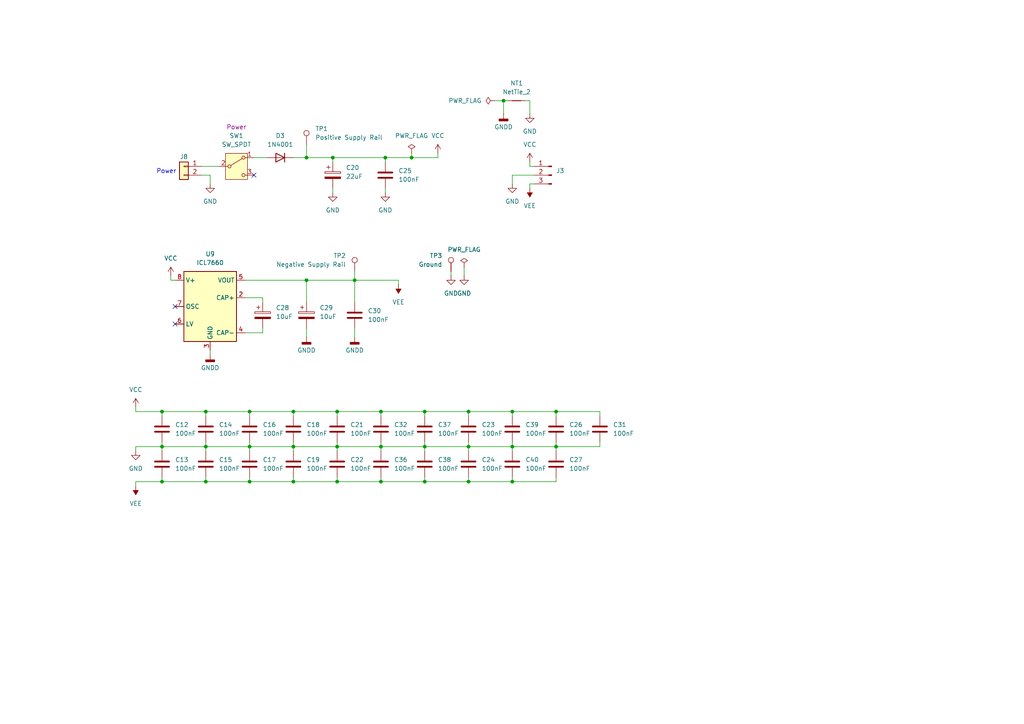
<source format=kicad_sch>
(kicad_sch (version 20231120) (generator "eeschema") (generator_version "8.0")
  (paper "A4")
  (title_block (comment 2 "creativecommons.org/licenses/by/4.0/") (comment 3 "License: CC BY 4.0") (comment 4 "Author: Guy John"))
  (lib_symbols
    (symbol "Connector:Conn_01x03_Pin" (pin_names (offset 1.016) hide)
      (property "Reference" "J" (at 0 5.08 0))
      (property "Value" "Conn_01x03_Pin" (at 0 -5.08 0))
      (symbol "Conn_01x03_Pin_1_1"
        (polyline (pts (xy 1.27 -2.54) (xy 0.8636 -2.54)) (stroke (width 0.1524)))
        (polyline (pts (xy 1.27 0) (xy 0.8636 0)) (stroke (width 0.1524)))
        (polyline (pts (xy 1.27 2.54) (xy 0.8636 2.54)) (stroke (width 0.1524)))
        (rectangle (start 0.8636 -2.413) (end 0 -2.667) (stroke (width 0.1524)) (fill (type outline)))
        (rectangle (start 0.8636 0.127) (end 0 -0.127) (stroke (width 0.1524)) (fill (type outline)))
        (rectangle (start 0.8636 2.667) (end 0 2.413) (stroke (width 0.1524)) (fill (type outline)))
        (pin passive line (at 5.08 2.54 180) (length 3.81) (name "Pin_1") (number "1"))
        (pin passive line (at 5.08 0 180) (length 3.81) (name "Pin_2") (number "2"))
        (pin passive line (at 5.08 -2.54 180) (length 3.81) (name "Pin_3") (number "3"))
      )
    )
    (symbol "Connector:TestPoint" (pin_numbers hide) (pin_names (offset 0.762) hide)
      (property "Reference" "TP" (at 0 6.858 0))
      (property "Value" "TestPoint" (at 0 5.08 0))
      (symbol "TestPoint_0_1"
        (circle (center 0 3.302) (radius 0.762))
      )
      (symbol "TestPoint_1_1"
        (pin passive line (at 0 0 90) (length 2.54) (name "1") (number "1"))
      )
    )
    (symbol "Connector_Generic:Conn_01x02" (pin_names (offset 1.016) hide)
      (property "Reference" "J" (at 0 2.54 0))
      (property "Value" "Conn_01x02" (at 0 -5.08 0))
      (symbol "Conn_01x02_1_1"
        (rectangle (start -1.27 -2.413) (end 0 -2.667) (stroke (width 0.1524)))
        (rectangle (start -1.27 0.127) (end 0 -0.127) (stroke (width 0.1524)))
        (rectangle (start -1.27 1.27) (end 1.27 -3.81) (stroke (width 0.254)) (fill (type background)))
        (pin passive line (at -5.08 0 0) (length 3.81) (name "Pin_1") (number "1"))
        (pin passive line (at -5.08 -2.54 0) (length 3.81) (name "Pin_2") (number "2"))
      )
    )
    (symbol "Device:NetTie_2" (pin_numbers hide) (pin_names (offset 0) hide) (in_bom no)
      (property "Reference" "NT" (at 0 1.27 0))
      (property "Value" "NetTie_2" (at 0 -1.27 0))
      (symbol "NetTie_2_0_1"
        (polyline (pts (xy -1.27 0) (xy 1.27 0)) (stroke (width 0.254)))
      )
      (symbol "NetTie_2_1_1"
        (pin passive line (at -2.54 0 0) (length 2.54) (name "1") (number "1"))
        (pin passive line (at 2.54 0 180) (length 2.54) (name "2") (number "2"))
      )
    )
    (symbol "Diode:1N4001" (pin_numbers hide) (pin_names hide)
      (property "Reference" "D" (at 0 2.54 0))
      (property "Value" "1N4001" (at 0 -2.54 0))
      (symbol "1N4001_0_1"
        (polyline (pts (xy -1.27 1.27) (xy -1.27 -1.27)) (stroke (width 0.254)))
        (polyline (pts (xy 1.27 0) (xy -1.27 0)))
        (polyline (pts (xy 1.27 1.27) (xy 1.27 -1.27) (xy -1.27 0) (xy 1.27 1.27)) (stroke (width 0.254)))
      )
      (symbol "1N4001_1_1"
        (pin passive line (at -3.81 0 0) (length 2.54) (name "K") (number "1"))
        (pin passive line (at 3.81 0 180) (length 2.54) (name "A") (number "2"))
      )
    )
    (symbol "Regulator_SwitchedCapacitor:ICL7660"
      (property "Reference" "U" (at -6.35 11.43 0))
      (property "Value" "ICL7660" (at 3.81 11.43 0))
      (symbol "ICL7660_0_1"
        (rectangle (start -7.62 10.16) (end 7.62 -10.16) (stroke (width 0.254)) (fill (type background)))
      )
      (symbol "ICL7660_1_1"
        (pin no_connect line (at -7.62 5.08 0) (length 2.54) hide (name "NC") (number "1"))
        (pin input line (at 10.16 2.54 180) (length 2.54) (name "CAP+") (number "2"))
        (pin power_in line (at 0 -12.7 90) (length 2.54) (name "GND") (number "3"))
        (pin input line (at 10.16 -7.62 180) (length 2.54) (name "CAP-") (number "4"))
        (pin power_out line (at 10.16 7.62 180) (length 2.54) (name "VOUT") (number "5"))
        (pin input line (at -10.16 -5.08 0) (length 2.54) (name "LV") (number "6"))
        (pin input line (at -10.16 0 0) (length 2.54) (name "OSC") (number "7"))
        (pin power_in line (at -10.16 7.62 0) (length 2.54) (name "V+") (number "8"))
      )
    )
    (symbol "Rumblesan_Standard_Parts:C" (pin_numbers hide) (pin_names (offset 0.254) hide)
      (property "Reference" "C?" (at -6.35 0 90))
      (property "Value" "C" (at -3.81 0 90))
      (symbol "C_0_1"
        (polyline (pts (xy -2.032 -0.762) (xy 2.032 -0.762)) (stroke (width 0.508)))
        (polyline (pts (xy -2.032 0.762) (xy 2.032 0.762)) (stroke (width 0.508)))
      )
      (symbol "C_1_1"
        (pin passive line (at 0 3.81 270) (length 2.794) (name "~") (number "1"))
        (pin passive line (at 0 -3.81 90) (length 2.794) (name "~") (number "2"))
      )
    )
    (symbol "Rumblesan_Standard_Parts:C_Polarized" (pin_numbers hide) (pin_names (offset 0.254) hide)
      (property "Reference" "C?" (at -6.35 0 90))
      (property "Value" "C_Polarized" (at -3.81 0 90))
      (symbol "C_Polarized_0_1"
        (rectangle (start -2.286 0.508) (end 2.286 1.016))
        (polyline (pts (xy -1.778 2.286) (xy -0.762 2.286)))
        (polyline (pts (xy -1.27 2.794) (xy -1.27 1.778)))
        (rectangle (start 2.286 -0.508) (end -2.286 -1.016) (fill (type outline)))
      )
      (symbol "C_Polarized_1_1"
        (pin passive line (at 0 3.81 270) (length 2.794) (name "~") (number "1"))
        (pin passive line (at 0 -3.81 90) (length 2.794) (name "~") (number "2"))
      )
    )
    (symbol "Switch:SW_SPDT" (pin_names (offset 0) hide)
      (property "Reference" "SW" (at 0 5.08 0))
      (property "Value" "SW_SPDT" (at 0 -5.08 0))
      (symbol "SW_SPDT_0_1"
        (circle (center -2.032 0) (radius 0.4572))
        (polyline (pts (xy -1.651 0.254) (xy 1.651 2.286)))
        (circle (center 2.032 -2.54) (radius 0.4572))
        (circle (center 2.032 2.54) (radius 0.4572))
      )
      (symbol "SW_SPDT_1_1"
        (rectangle (start -3.175 3.81) (end 3.175 -3.81) (fill (type background)))
        (pin passive line (at 5.08 2.54 180) (length 2.54) (name "A") (number "1"))
        (pin passive line (at -5.08 0 0) (length 2.54) (name "B") (number "2"))
        (pin passive line (at 5.08 -2.54 180) (length 2.54) (name "C") (number "3"))
      )
    )
    (symbol "power:GND" (power) (pin_numbers hide) (pin_names (offset 0) hide)
      (property "Value" "GND" (at 0 -3.81 0))
      (symbol "GND_0_1"
        (polyline (pts (xy 0 0) (xy 0 -1.27) (xy 1.27 -1.27) (xy 0 -2.54) (xy -1.27 -1.27) (xy 0 -1.27)))
      )
      (symbol "GND_1_1"
        (pin power_in line (at 0 0 270) (length 0) (name "~") (number "1"))
      )
    )
    (symbol "power:GNDD" (power) (pin_numbers hide) (pin_names (offset 0) hide)
      (property "Value" "GNDD" (at 0 -3.175 0))
      (symbol "GNDD_0_1"
        (rectangle (start -1.27 -1.524) (end 1.27 -2.032) (stroke (width 0.254)) (fill (type outline)))
        (polyline (pts (xy 0 0) (xy 0 -1.524)))
      )
      (symbol "GNDD_1_1"
        (pin power_in line (at 0 0 270) (length 0) (name "~") (number "1"))
      )
    )
    (symbol "power:PWR_FLAG" (power) (pin_numbers hide) (pin_names (offset 0) hide)
      (property "Value" "PWR_FLAG" (at 0 3.81 0))
      (symbol "PWR_FLAG_0_0"
        (pin power_out line (at 0 0 90) (length 0) (name "~") (number "1"))
      )
      (symbol "PWR_FLAG_0_1"
        (polyline (pts (xy 0 0) (xy 0 1.27) (xy -1.016 1.905) (xy 0 2.54) (xy 1.016 1.905) (xy 0 1.27)))
      )
    )
    (symbol "power:VCC" (power) (pin_numbers hide) (pin_names (offset 0) hide)
      (property "Value" "VCC" (at 0 3.556 0))
      (symbol "VCC_0_1"
        (polyline (pts (xy -0.762 1.27) (xy 0 2.54)))
        (polyline (pts (xy 0 0) (xy 0 2.54)))
        (polyline (pts (xy 0 2.54) (xy 0.762 1.27)))
      )
      (symbol "VCC_1_1"
        (pin power_in line (at 0 0 90) (length 0) (name "~") (number "1"))
      )
    )
    (symbol "power:VEE" (power) (pin_numbers hide) (pin_names (offset 0) hide)
      (property "Value" "VEE" (at 0 3.556 0))
      (symbol "VEE_0_1"
        (polyline (pts (xy 0 0) (xy 0 2.54)))
        (polyline (pts (xy 0.762 1.27) (xy -0.762 1.27) (xy 0 2.54) (xy 0.762 1.27)) (fill (type outline)))
      )
      (symbol "VEE_1_1"
        (pin power_in line (at 0 0 90) (length 0) (name "~") (number "1"))
      )
    )
  )
  (junction (at 110.49 119.38))
  (junction (at 146.05 29.21))
  (junction (at 161.29 129.54))
  (junction (at 88.9 45.72))
  (junction (at 111.76 45.72))
  (junction (at 119.38 45.72))
  (junction (at 96.52 45.72))
  (junction (at 135.89 119.38))
  (junction (at 148.59 129.54))
  (junction (at 97.79 139.7))
  (junction (at 72.39 119.38))
  (junction (at 148.59 119.38))
  (junction (at 110.49 139.7))
  (junction (at 72.39 139.7))
  (junction (at 135.89 129.54))
  (junction (at 123.19 139.7))
  (junction (at 123.19 129.54))
  (junction (at 85.09 129.54))
  (junction (at 46.99 119.38))
  (junction (at 97.79 129.54))
  (junction (at 88.9 81.28))
  (junction (at 97.79 119.38))
  (junction (at 148.59 139.7))
  (junction (at 161.29 119.38))
  (junction (at 59.69 119.38))
  (junction (at 59.69 139.7))
  (junction (at 59.69 129.54))
  (junction (at 123.19 119.38))
  (junction (at 46.99 129.54))
  (junction (at 110.49 129.54))
  (junction (at 46.99 139.7))
  (junction (at 85.09 119.38))
  (junction (at 72.39 129.54))
  (junction (at 85.09 139.7))
  (junction (at 135.89 139.7))
  (junction (at 102.87 81.28))
  (no_connect (at 73.66 50.8))
  (no_connect (at 50.8 88.9))
  (no_connect (at 50.8 93.98))
  (wire (pts (xy 123.19 128.27) (xy 123.19 129.54)))
  (wire (pts (xy 110.49 119.38) (xy 110.49 120.65)))
  (wire (pts (xy 76.2 86.36) (xy 76.2 87.63)))
  (wire (pts (xy 173.99 119.38) (xy 173.99 120.65)))
  (wire (pts (xy 127 44.45) (xy 127 45.72)))
  (wire (pts (xy 59.69 139.7) (xy 72.39 139.7)))
  (wire (pts (xy 76.2 95.25) (xy 76.2 96.52)))
  (wire (pts (xy 46.99 129.54) (xy 59.69 129.54)))
  (wire (pts (xy 135.89 129.54) (xy 148.59 129.54)))
  (wire (pts (xy 60.96 101.6) (xy 60.96 102.87)))
  (wire (pts (xy 153.67 46.99) (xy 153.67 48.26)))
  (wire (pts (xy 148.59 129.54) (xy 161.29 129.54)))
  (wire (pts (xy 46.99 139.7) (xy 46.99 138.43)))
  (wire (pts (xy 110.49 139.7) (xy 123.19 139.7)))
  (wire (pts (xy 72.39 139.7) (xy 72.39 138.43)))
  (wire (pts (xy 73.66 45.72) (xy 77.47 45.72)))
  (wire (pts (xy 152.4 29.21) (xy 153.67 29.21)))
  (wire (pts (xy 102.87 97.79) (xy 102.87 95.25)))
  (wire (pts (xy 130.81 80.01) (xy 130.81 78.74)))
  (wire (pts (xy 102.87 78.74) (xy 102.87 81.28)))
  (wire (pts (xy 49.53 80.01) (xy 49.53 81.28)))
  (wire (pts (xy 135.89 119.38) (xy 135.89 120.65)))
  (wire (pts (xy 39.37 130.81) (xy 39.37 129.54)))
  (wire (pts (xy 39.37 140.97) (xy 39.37 139.7)))
  (wire (pts (xy 59.69 139.7) (xy 59.69 138.43)))
  (wire (pts (xy 123.19 129.54) (xy 123.19 130.81)))
  (wire (pts (xy 72.39 119.38) (xy 72.39 120.65)))
  (wire (pts (xy 135.89 129.54) (xy 135.89 130.81)))
  (wire (pts (xy 153.67 29.21) (xy 153.67 33.02)))
  (wire (pts (xy 59.69 129.54) (xy 59.69 130.81)))
  (wire (pts (xy 60.96 50.8) (xy 60.96 53.34)))
  (wire (pts (xy 161.29 119.38) (xy 173.99 119.38)))
  (wire (pts (xy 85.09 119.38) (xy 85.09 120.65)))
  (wire (pts (xy 46.99 119.38) (xy 46.99 120.65)))
  (wire (pts (xy 46.99 129.54) (xy 46.99 130.81)))
  (wire (pts (xy 110.49 139.7) (xy 110.49 138.43)))
  (wire (pts (xy 39.37 129.54) (xy 46.99 129.54)))
  (wire (pts (xy 148.59 119.38) (xy 161.29 119.38)))
  (wire (pts (xy 110.49 128.27) (xy 110.49 129.54)))
  (wire (pts (xy 46.99 128.27) (xy 46.99 129.54)))
  (wire (pts (xy 97.79 129.54) (xy 110.49 129.54)))
  (wire (pts (xy 97.79 128.27) (xy 97.79 129.54)))
  (wire (pts (xy 88.9 45.72) (xy 96.52 45.72)))
  (wire (pts (xy 161.29 139.7) (xy 161.29 138.43)))
  (wire (pts (xy 148.59 139.7) (xy 148.59 138.43)))
  (wire (pts (xy 123.19 129.54) (xy 135.89 129.54)))
  (wire (pts (xy 127 45.72) (xy 119.38 45.72)))
  (wire (pts (xy 39.37 119.38) (xy 46.99 119.38)))
  (wire (pts (xy 71.12 81.28) (xy 88.9 81.28)))
  (wire (pts (xy 148.59 119.38) (xy 148.59 120.65)))
  (wire (pts (xy 39.37 139.7) (xy 46.99 139.7)))
  (wire (pts (xy 76.2 96.52) (xy 71.12 96.52)))
  (wire (pts (xy 39.37 118.11) (xy 39.37 119.38)))
  (wire (pts (xy 96.52 54.61) (xy 96.52 55.88)))
  (wire (pts (xy 72.39 139.7) (xy 85.09 139.7)))
  (wire (pts (xy 111.76 46.99) (xy 111.76 45.72)))
  (wire (pts (xy 134.62 80.01) (xy 134.62 77.47)))
  (wire (pts (xy 135.89 139.7) (xy 135.89 138.43)))
  (wire (pts (xy 96.52 45.72) (xy 111.76 45.72)))
  (wire (pts (xy 72.39 129.54) (xy 85.09 129.54)))
  (wire (pts (xy 153.67 48.26) (xy 154.94 48.26)))
  (wire (pts (xy 102.87 81.28) (xy 102.87 87.63)))
  (wire (pts (xy 173.99 128.27) (xy 173.99 129.54)))
  (wire (pts (xy 102.87 81.28) (xy 115.57 81.28)))
  (wire (pts (xy 85.09 45.72) (xy 88.9 45.72)))
  (wire (pts (xy 88.9 97.79) (xy 88.9 95.25)))
  (wire (pts (xy 123.19 119.38) (xy 123.19 120.65)))
  (wire (pts (xy 148.59 50.8) (xy 148.59 53.34)))
  (wire (pts (xy 148.59 128.27) (xy 148.59 129.54)))
  (wire (pts (xy 110.49 129.54) (xy 123.19 129.54)))
  (wire (pts (xy 146.05 29.21) (xy 147.32 29.21)))
  (wire (pts (xy 59.69 119.38) (xy 72.39 119.38)))
  (wire (pts (xy 88.9 81.28) (xy 102.87 81.28)))
  (wire (pts (xy 97.79 119.38) (xy 110.49 119.38)))
  (wire (pts (xy 135.89 139.7) (xy 148.59 139.7)))
  (wire (pts (xy 161.29 129.54) (xy 161.29 130.81)))
  (wire (pts (xy 154.94 53.34) (xy 153.67 53.34)))
  (wire (pts (xy 58.42 50.8) (xy 60.96 50.8)))
  (wire (pts (xy 148.59 129.54) (xy 148.59 130.81)))
  (wire (pts (xy 49.53 81.28) (xy 50.8 81.28)))
  (wire (pts (xy 72.39 128.27) (xy 72.39 129.54)))
  (wire (pts (xy 88.9 81.28) (xy 88.9 87.63)))
  (wire (pts (xy 110.49 129.54) (xy 110.49 130.81)))
  (wire (pts (xy 161.29 119.38) (xy 161.29 120.65)))
  (wire (pts (xy 85.09 129.54) (xy 97.79 129.54)))
  (wire (pts (xy 115.57 81.28) (xy 115.57 82.55)))
  (wire (pts (xy 85.09 129.54) (xy 85.09 130.81)))
  (wire (pts (xy 119.38 44.45) (xy 119.38 45.72)))
  (wire (pts (xy 97.79 129.54) (xy 97.79 130.81)))
  (wire (pts (xy 146.05 29.21) (xy 146.05 33.02)))
  (wire (pts (xy 110.49 119.38) (xy 123.19 119.38)))
  (wire (pts (xy 46.99 119.38) (xy 59.69 119.38)))
  (wire (pts (xy 111.76 54.61) (xy 111.76 55.88)))
  (wire (pts (xy 88.9 41.91) (xy 88.9 45.72)))
  (wire (pts (xy 123.19 139.7) (xy 135.89 139.7)))
  (wire (pts (xy 46.99 139.7) (xy 59.69 139.7)))
  (wire (pts (xy 59.69 128.27) (xy 59.69 129.54)))
  (wire (pts (xy 96.52 45.72) (xy 96.52 46.99)))
  (wire (pts (xy 85.09 119.38) (xy 97.79 119.38)))
  (wire (pts (xy 59.69 119.38) (xy 59.69 120.65)))
  (wire (pts (xy 123.19 119.38) (xy 135.89 119.38)))
  (wire (pts (xy 161.29 129.54) (xy 173.99 129.54)))
  (wire (pts (xy 143.51 29.21) (xy 146.05 29.21)))
  (wire (pts (xy 154.94 50.8) (xy 148.59 50.8)))
  (wire (pts (xy 97.79 119.38) (xy 97.79 120.65)))
  (wire (pts (xy 135.89 119.38) (xy 148.59 119.38)))
  (wire (pts (xy 72.39 129.54) (xy 72.39 130.81)))
  (wire (pts (xy 85.09 139.7) (xy 97.79 139.7)))
  (wire (pts (xy 85.09 128.27) (xy 85.09 129.54)))
  (wire (pts (xy 58.42 48.26) (xy 63.5 48.26)))
  (wire (pts (xy 148.59 139.7) (xy 161.29 139.7)))
  (wire (pts (xy 85.09 139.7) (xy 85.09 138.43)))
  (wire (pts (xy 153.67 53.34) (xy 153.67 54.61)))
  (wire (pts (xy 59.69 129.54) (xy 72.39 129.54)))
  (wire (pts (xy 135.89 128.27) (xy 135.89 129.54)))
  (wire (pts (xy 123.19 139.7) (xy 123.19 138.43)))
  (wire (pts (xy 72.39 119.38) (xy 85.09 119.38)))
  (wire (pts (xy 71.12 86.36) (xy 76.2 86.36)))
  (wire (pts (xy 111.76 45.72) (xy 119.38 45.72)))
  (wire (pts (xy 97.79 139.7) (xy 97.79 138.43)))
  (wire (pts (xy 97.79 139.7) (xy 110.49 139.7)))
  (wire (pts (xy 161.29 128.27) (xy 161.29 129.54)))
  (text "Power" (at 48.26 49.784 0) (effects (font (size 1.27 1.27))))
  (symbol (lib_id "Rumblesan_Standard_Parts:C") (at 148.59 124.46 0) (unit 1)
    (property "Reference" "C39" (at 152.4 123.1899 0) (effects (justify left)))
    (property "Value" "100nF" (at 152.4 125.7299 0) (effects (justify left)))
    (property "Footprint" "Rumblesan_Standard_Parts:C_Rect_L7.0mm_W2.5mm_P5.00mm" (effects (hide yes)))
    (property "Description" "Unpolarized capacitor" (effects (hide yes)))
    (property "Spec" "ceramic X7R" (effects (hide yes)))
    (property "Tolerance" "5%" (effects (hide yes)))
  )
  (symbol (lib_id "power:GNDD") (at 60.96 102.87 0) (unit 1)
    (property "Reference" "#PWR093" (effects (hide yes)))
    (property "Value" "GNDD" (at 60.96 106.68 0))
    (property "Description" "Power symbol creates a global label with name \"GNDD\" , digital ground" (effects (hide yes)))
  )
  (symbol (lib_id "Rumblesan_Standard_Parts:C") (at 123.19 134.62 0) (unit 1)
    (property "Reference" "C38" (at 127 133.3499 0) (effects (justify left)))
    (property "Value" "100nF" (at 127 135.8899 0) (effects (justify left)))
    (property "Footprint" "Rumblesan_Standard_Parts:C_Rect_L7.0mm_W2.5mm_P5.00mm" (effects (hide yes)))
    (property "Description" "Unpolarized capacitor" (effects (hide yes)))
    (property "Spec" "ceramic X7R" (effects (hide yes)))
    (property "Tolerance" "5%" (effects (hide yes)))
  )
  (symbol (lib_id "power:GNDD") (at 102.87 97.79 0) (unit 1)
    (property "Reference" "#PWR067" (effects (hide yes)))
    (property "Value" "GNDD" (at 102.87 101.6 0))
    (property "Description" "Power symbol creates a global label with name \"GNDD\" , digital ground" (effects (hide yes)))
  )
  (symbol (lib_id "Rumblesan_Standard_Parts:C") (at 135.89 134.62 0) (unit 1)
    (property "Reference" "C24" (at 139.7 133.3499 0) (effects (justify left)))
    (property "Value" "100nF" (at 139.7 135.8899 0) (effects (justify left)))
    (property "Footprint" "Rumblesan_Standard_Parts:C_Rect_L7.0mm_W2.5mm_P5.00mm" (effects (hide yes)))
    (property "Description" "Unpolarized capacitor" (effects (hide yes)))
    (property "Spec" "ceramic X7R" (effects (hide yes)))
    (property "Tolerance" "5%" (effects (hide yes)))
  )
  (symbol (lib_id "Rumblesan_Standard_Parts:C") (at 97.79 134.62 0) (unit 1)
    (property "Reference" "C22" (at 101.6 133.3499 0) (effects (justify left)))
    (property "Value" "100nF" (at 101.6 135.8899 0) (effects (justify left)))
    (property "Footprint" "Rumblesan_Standard_Parts:C_Rect_L7.0mm_W2.5mm_P5.00mm" (effects (hide yes)))
    (property "Description" "Unpolarized capacitor" (effects (hide yes)))
    (property "Spec" "ceramic X7R" (effects (hide yes)))
    (property "Tolerance" "5%" (effects (hide yes)))
  )
  (symbol (lib_id "Rumblesan_Standard_Parts:C") (at 161.29 134.62 0) (unit 1)
    (property "Reference" "C27" (at 165.1 133.3499 0) (effects (justify left)))
    (property "Value" "100nF" (at 165.1 135.8899 0) (effects (justify left)))
    (property "Footprint" "Rumblesan_Standard_Parts:C_Rect_L7.0mm_W2.5mm_P5.00mm" (effects (hide yes)))
    (property "Description" "Unpolarized capacitor" (effects (hide yes)))
    (property "Spec" "ceramic X7R" (effects (hide yes)))
    (property "Tolerance" "5%" (effects (hide yes)))
  )
  (symbol (lib_id "Switch:SW_SPDT") (at 68.58 48.26 0) (unit 1)
    (property "Reference" "SW1" (at 68.58 39.37 0))
    (property "Value" "SW_SPDT" (at 68.58 41.91 0))
    (property "Footprint" "Rumblesan_Standard_Parts:Toggle_Switch_100SP-M2" (effects (hide yes)))
    (property "Description" "Switch, single pole double throw" (effects (hide yes)))
    (property "Name" "Power" (at 68.58 36.83 0))
  )
  (symbol (lib_id "Rumblesan_Standard_Parts:C") (at 148.59 134.62 0) (unit 1)
    (property "Reference" "C40" (at 152.4 133.3499 0) (effects (justify left)))
    (property "Value" "100nF" (at 152.4 135.8899 0) (effects (justify left)))
    (property "Footprint" "Rumblesan_Standard_Parts:C_Rect_L7.0mm_W2.5mm_P5.00mm" (effects (hide yes)))
    (property "Description" "Unpolarized capacitor" (effects (hide yes)))
    (property "Spec" "ceramic X7R" (effects (hide yes)))
    (property "Tolerance" "5%" (effects (hide yes)))
  )
  (symbol (lib_id "power:GND") (at 96.52 55.88 0) (unit 1)
    (property "Reference" "#PWR062" (effects (hide yes)))
    (property "Value" "GND" (at 96.52 60.96 0))
    (property "Description" "Power symbol creates a global label with name \"GND\" , ground" (effects (hide yes)))
  )
  (symbol (lib_id "power:GND") (at 134.62 80.01 0) (unit 1)
    (property "Reference" "#PWR086" (effects (hide yes)))
    (property "Value" "GND" (at 134.62 85.09 0))
    (property "Description" "Power symbol creates a global label with name \"GND\" , ground" (effects (hide yes)))
  )
  (symbol (lib_id "power:GND") (at 39.37 130.81 0) (unit 1)
    (property "Reference" "#PWR054" (effects (hide yes)))
    (property "Value" "GND" (at 39.37 135.89 0))
    (property "Description" "Power symbol creates a global label with name \"GND\" , ground" (effects (hide yes)))
  )
  (symbol (lib_id "power:VCC") (at 127 44.45 0) (unit 1)
    (property "Reference" "#PWR063" (effects (hide yes)))
    (property "Value" "VCC" (at 127 39.37 0))
    (property "Description" "Power symbol creates a global label with name \"VCC\"" (effects (hide yes)))
  )
  (symbol (lib_id "Connector:Conn_01x03_Pin") (at 160.02 50.8 0) (mirror y) (unit 1)
    (property "Reference" "J3" (at 161.29 49.5299 0) (effects (justify right)))
    (property "Value" "Conn_01x03_Pin" (effects (hide yes)))
    (property "Footprint" "Rumblesan_Connectors:Molex_KK-254_22-05-7038_1x03_P2.54mm_Horizontal" (effects (hide yes)))
    (property "Description" "Generic connector, single row, 01x03, script generated" (effects (hide yes)))
    (property "Name" "Debug Power" (effects (hide yes)))
  )
  (symbol (lib_id "power:VEE") (at 115.57 82.55 180) (unit 1)
    (property "Reference" "#PWR084" (effects (hide yes)))
    (property "Value" "VEE" (at 115.57 87.63 0))
    (property "Description" "Power symbol creates a global label with name \"VEE\"" (effects (hide yes)))
  )
  (symbol (lib_id "Rumblesan_Standard_Parts:C") (at 59.69 134.62 0) (unit 1)
    (property "Reference" "C15" (at 63.5 133.3499 0) (effects (justify left)))
    (property "Value" "100nF" (at 63.5 135.8899 0) (effects (justify left)))
    (property "Footprint" "Rumblesan_Standard_Parts:C_Rect_L7.0mm_W2.5mm_P5.00mm" (effects (hide yes)))
    (property "Description" "Unpolarized capacitor" (effects (hide yes)))
    (property "Spec" "ceramic X7R" (effects (hide yes)))
    (property "Tolerance" "5%" (effects (hide yes)))
  )
  (symbol (lib_id "power:GND") (at 153.67 33.02 0) (unit 1)
    (property "Reference" "#PWR094" (effects (hide yes)))
    (property "Value" "GND" (at 153.67 38.1 0))
    (property "Description" "Power symbol creates a global label with name \"GND\" , ground" (effects (hide yes)))
  )
  (symbol (lib_id "Device:NetTie_2") (at 149.86 29.21 0) (unit 1) (in_bom no)
    (property "Reference" "NT1" (at 149.86 24.13 0))
    (property "Value" "NetTie_2" (at 149.86 26.67 0))
    (property "Footprint" "NetTie:NetTie-2_SMD_Pad2.0mm" (effects (hide yes)))
    (property "Description" "Net tie, 2 pins" (effects (hide yes)))
  )
  (symbol (lib_id "power:GND") (at 148.59 53.34 0) (unit 1)
    (property "Reference" "#PWR097" (effects (hide yes)))
    (property "Value" "GND" (at 148.59 58.42 0))
    (property "Description" "Power symbol creates a global label with name \"GND\" , ground" (effects (hide yes)))
  )
  (symbol (lib_id "Connector:TestPoint") (at 88.9 41.91 0) (unit 1) (in_bom no)
    (property "Reference" "TP1" (at 91.44 37.3379 0) (effects (justify left)))
    (property "Value" "Positive Supply Rail" (at 91.44 39.8779 0) (effects (justify left)))
    (property "Footprint" "Rumblesan_Standard_Parts:TestPoint_Loop_D2.50mm_Drill1.0mm_LowProfile" (effects (hide yes)))
    (property "Description" "test point" (effects (hide yes)))
  )
  (symbol (lib_id "Connector:TestPoint") (at 130.81 78.74 0) (mirror y) (unit 1) (in_bom no)
    (property "Reference" "TP3" (at 128.27 74.1679 0) (effects (justify left)))
    (property "Value" "Ground" (at 128.27 76.7079 0) (effects (justify left)))
    (property "Footprint" "Rumblesan_Standard_Parts:TestPoint_Loop_D2.50mm_Drill1.0mm_LowProfile" (effects (hide yes)))
    (property "Description" "test point" (effects (hide yes)))
  )
  (symbol (lib_id "Rumblesan_Standard_Parts:C") (at 110.49 134.62 0) (unit 1)
    (property "Reference" "C36" (at 114.3 133.3499 0) (effects (justify left)))
    (property "Value" "100nF" (at 114.3 135.8899 0) (effects (justify left)))
    (property "Footprint" "Rumblesan_Standard_Parts:C_Rect_L7.0mm_W2.5mm_P5.00mm" (effects (hide yes)))
    (property "Description" "Unpolarized capacitor" (effects (hide yes)))
    (property "Spec" "ceramic X7R" (effects (hide yes)))
    (property "Tolerance" "5%" (effects (hide yes)))
  )
  (symbol (lib_id "Rumblesan_Standard_Parts:C") (at 110.49 124.46 0) (unit 1)
    (property "Reference" "C32" (at 114.3 123.1899 0) (effects (justify left)))
    (property "Value" "100nF" (at 114.3 125.7299 0) (effects (justify left)))
    (property "Footprint" "Rumblesan_Standard_Parts:C_Rect_L7.0mm_W2.5mm_P5.00mm" (effects (hide yes)))
    (property "Description" "Unpolarized capacitor" (effects (hide yes)))
    (property "Spec" "ceramic X7R" (effects (hide yes)))
    (property "Tolerance" "5%" (effects (hide yes)))
  )
  (symbol (lib_id "Rumblesan_Standard_Parts:C") (at 72.39 134.62 0) (unit 1)
    (property "Reference" "C17" (at 76.2 133.3499 0) (effects (justify left)))
    (property "Value" "100nF" (at 76.2 135.8899 0) (effects (justify left)))
    (property "Footprint" "Rumblesan_Standard_Parts:C_Rect_L7.0mm_W2.5mm_P5.00mm" (effects (hide yes)))
    (property "Description" "Unpolarized capacitor" (effects (hide yes)))
    (property "Spec" "ceramic X7R" (effects (hide yes)))
    (property "Tolerance" "5%" (effects (hide yes)))
  )
  (symbol (lib_id "Rumblesan_Standard_Parts:C") (at 85.09 124.46 0) (unit 1)
    (property "Reference" "C18" (at 88.9 123.1899 0) (effects (justify left)))
    (property "Value" "100nF" (at 88.9 125.7299 0) (effects (justify left)))
    (property "Footprint" "Rumblesan_Standard_Parts:C_Rect_L7.0mm_W2.5mm_P5.00mm" (effects (hide yes)))
    (property "Description" "Unpolarized capacitor" (effects (hide yes)))
    (property "Spec" "ceramic X7R" (effects (hide yes)))
    (property "Tolerance" "5%" (effects (hide yes)))
  )
  (symbol (lib_id "Rumblesan_Standard_Parts:C") (at 161.29 124.46 0) (unit 1)
    (property "Reference" "C26" (at 165.1 123.1899 0) (effects (justify left)))
    (property "Value" "100nF" (at 165.1 125.7299 0) (effects (justify left)))
    (property "Footprint" "Rumblesan_Standard_Parts:C_Rect_L7.0mm_W2.5mm_P5.00mm" (effects (hide yes)))
    (property "Description" "Unpolarized capacitor" (effects (hide yes)))
    (property "Spec" "ceramic X7R" (effects (hide yes)))
    (property "Tolerance" "5%" (effects (hide yes)))
  )
  (symbol (lib_id "Rumblesan_Standard_Parts:C") (at 46.99 124.46 0) (unit 1)
    (property "Reference" "C12" (at 50.8 123.1899 0) (effects (justify left)))
    (property "Value" "100nF" (at 50.8 125.7299 0) (effects (justify left)))
    (property "Footprint" "Rumblesan_Standard_Parts:C_Rect_L7.0mm_W2.5mm_P5.00mm" (effects (hide yes)))
    (property "Description" "Unpolarized capacitor" (effects (hide yes)))
    (property "Spec" "ceramic X7R" (effects (hide yes)))
    (property "Tolerance" "5%" (effects (hide yes)))
  )
  (symbol (lib_id "power:PWR_FLAG") (at 143.51 29.21 90) (unit 1)
    (property "Reference" "#FLG03" (effects (hide yes)))
    (property "Value" "PWR_FLAG" (at 139.7 29.2099 90) (effects (justify left)))
    (property "Description" "Special symbol for telling ERC where power comes from" (effects (hide yes)))
  )
  (symbol (lib_id "power:GNDD") (at 146.05 33.02 0) (unit 1)
    (property "Reference" "#PWR080" (effects (hide yes)))
    (property "Value" "GNDD" (at 146.05 36.83 0))
    (property "Description" "Power symbol creates a global label with name \"GNDD\" , digital ground" (effects (hide yes)))
  )
  (symbol (lib_id "Rumblesan_Standard_Parts:C") (at 111.76 50.8 0) (unit 1)
    (property "Reference" "C25" (at 115.57 49.5299 0) (effects (justify left)))
    (property "Value" "100nF" (at 115.57 52.0699 0) (effects (justify left)))
    (property "Footprint" "Rumblesan_Standard_Parts:C_Rect_L7.0mm_W2.5mm_P5.00mm" (effects (hide yes)))
    (property "Description" "Unpolarized capacitor" (effects (hide yes)))
    (property "Spec" "ceramic X7R" (effects (hide yes)))
    (property "Tolerance" "5%" (effects (hide yes)))
  )
  (symbol (lib_id "power:VEE") (at 153.67 54.61 180) (unit 1)
    (property "Reference" "#PWR096" (effects (hide yes)))
    (property "Value" "VEE" (at 153.67 59.69 0))
    (property "Description" "Power symbol creates a global label with name \"VEE\"" (effects (hide yes)))
  )
  (symbol (lib_id "power:GND") (at 130.81 80.01 0) (unit 1)
    (property "Reference" "#PWR085" (effects (hide yes)))
    (property "Value" "GND" (at 130.81 85.09 0))
    (property "Description" "Power symbol creates a global label with name \"GND\" , ground" (effects (hide yes)))
  )
  (symbol (lib_id "Rumblesan_Standard_Parts:C") (at 135.89 124.46 0) (unit 1)
    (property "Reference" "C23" (at 139.7 123.1899 0) (effects (justify left)))
    (property "Value" "100nF" (at 139.7 125.7299 0) (effects (justify left)))
    (property "Footprint" "Rumblesan_Standard_Parts:C_Rect_L7.0mm_W2.5mm_P5.00mm" (effects (hide yes)))
    (property "Description" "Unpolarized capacitor" (effects (hide yes)))
    (property "Spec" "ceramic X7R" (effects (hide yes)))
    (property "Tolerance" "5%" (effects (hide yes)))
  )
  (symbol (lib_id "Rumblesan_Standard_Parts:C") (at 102.87 91.44 0) (unit 1)
    (property "Reference" "C30" (at 106.68 90.1699 0) (effects (justify left)))
    (property "Value" "100nF" (at 106.68 92.7099 0) (effects (justify left)))
    (property "Footprint" "Rumblesan_Standard_Parts:C_Rect_L7.0mm_W2.5mm_P5.00mm" (effects (hide yes)))
    (property "Description" "Unpolarized capacitor" (effects (hide yes)))
    (property "Spec" "ceramic X7R" (effects (hide yes)))
    (property "Tolerance" "5%" (effects (hide yes)))
  )
  (symbol (lib_id "Connector_Generic:Conn_01x02") (at 53.34 48.26 0) (mirror y) (unit 1)
    (property "Reference" "J8" (at 53.34 45.466 0))
    (property "Value" "Conn_01x02" (effects (hide yes)))
    (property "Footprint" "Rumblesan_Connectors:Molex_KK-254_22-05-7028_1x02_P2.54mm_Horizontal" (effects (hide yes)))
    (property "Description" "Generic connector, single row, 01x02, script generated (kicad-library-utils/schlib/autogen/connector/)" (effects (hide yes)))
  )
  (symbol (lib_id "Rumblesan_Standard_Parts:C") (at 72.39 124.46 0) (unit 1)
    (property "Reference" "C16" (at 76.2 123.1899 0) (effects (justify left)))
    (property "Value" "100nF" (at 76.2 125.7299 0) (effects (justify left)))
    (property "Footprint" "Rumblesan_Standard_Parts:C_Rect_L7.0mm_W2.5mm_P5.00mm" (effects (hide yes)))
    (property "Description" "Unpolarized capacitor" (effects (hide yes)))
    (property "Spec" "ceramic X7R" (effects (hide yes)))
    (property "Tolerance" "5%" (effects (hide yes)))
  )
  (symbol (lib_id "power:GND") (at 60.96 53.34 0) (unit 1)
    (property "Reference" "#PWR060" (effects (hide yes)))
    (property "Value" "GND" (at 60.96 58.42 0))
    (property "Description" "Power symbol creates a global label with name \"GND\" , ground" (effects (hide yes)))
  )
  (symbol (lib_id "Rumblesan_Standard_Parts:C") (at 46.99 134.62 0) (unit 1)
    (property "Reference" "C13" (at 50.8 133.3499 0) (effects (justify left)))
    (property "Value" "100nF" (at 50.8 135.8899 0) (effects (justify left)))
    (property "Footprint" "Rumblesan_Standard_Parts:C_Rect_L7.0mm_W2.5mm_P5.00mm" (effects (hide yes)))
    (property "Description" "Unpolarized capacitor" (effects (hide yes)))
    (property "Spec" "ceramic X7R" (effects (hide yes)))
    (property "Tolerance" "5%" (effects (hide yes)))
  )
  (symbol (lib_id "Rumblesan_Standard_Parts:C") (at 97.79 124.46 0) (unit 1)
    (property "Reference" "C21" (at 101.6 123.1899 0) (effects (justify left)))
    (property "Value" "100nF" (at 101.6 125.7299 0) (effects (justify left)))
    (property "Footprint" "Rumblesan_Standard_Parts:C_Rect_L7.0mm_W2.5mm_P5.00mm" (effects (hide yes)))
    (property "Description" "Unpolarized capacitor" (effects (hide yes)))
    (property "Spec" "ceramic X7R" (effects (hide yes)))
    (property "Tolerance" "5%" (effects (hide yes)))
  )
  (symbol (lib_id "Rumblesan_Standard_Parts:C_Polarized") (at 88.9 91.44 0) (unit 1)
    (property "Reference" "C29" (at 92.71 89.2809 0) (effects (justify left)))
    (property "Value" "10uF" (at 92.71 91.8209 0) (effects (justify left)))
    (property "Footprint" "Rumblesan_Standard_Parts:CP_Radial_D5.0mm_P2.00mm" (effects (hide yes)))
    (property "Description" "Polarized capacitor" (effects (hide yes)))
    (property "Spec" "electrolytic" (effects (hide yes)))
    (property "Tolerance" "20%" (effects (hide yes)))
    (property "Voltage" "50v" (effects (hide yes)))
  )
  (symbol (lib_id "power:PWR_FLAG") (at 119.38 44.45 0) (unit 1)
    (property "Reference" "#FLG01" (effects (hide yes)))
    (property "Value" "PWR_FLAG" (at 119.38 39.37 0))
    (property "Description" "Special symbol for telling ERC where power comes from" (effects (hide yes)))
  )
  (symbol (lib_id "Regulator_SwitchedCapacitor:ICL7660") (at 60.96 88.9 0) (unit 1)
    (property "Reference" "U9" (at 60.96 73.66 0))
    (property "Value" "ICL7660" (at 60.96 76.2 0))
    (property "Footprint" "Package_DIP:DIP-8_W7.62mm_Socket" (effects (hide yes)))
    (property "Datasheet" "http://datasheets.maximintegrated.com/en/ds/ICL7660-MAX1044.pdf" (effects (hide yes)))
    (property "Description" "Switched-Capacitor Voltage Converter, 1.5V to 10.0V operating supply voltage, 10mA with a 0.5V output drop, SO-8/DIP-8/µMAX-8/TO-99" (effects (hide yes)))
  )
  (symbol (lib_id "Rumblesan_Standard_Parts:C") (at 59.69 124.46 0) (unit 1)
    (property "Reference" "C14" (at 63.5 123.1899 0) (effects (justify left)))
    (property "Value" "100nF" (at 63.5 125.7299 0) (effects (justify left)))
    (property "Footprint" "Rumblesan_Standard_Parts:C_Rect_L7.0mm_W2.5mm_P5.00mm" (effects (hide yes)))
    (property "Description" "Unpolarized capacitor" (effects (hide yes)))
    (property "Spec" "ceramic X7R" (effects (hide yes)))
    (property "Tolerance" "5%" (effects (hide yes)))
  )
  (symbol (lib_id "Diode:1N4001") (at 81.28 45.72 180) (unit 1)
    (property "Reference" "D3" (at 81.28 39.37 0))
    (property "Value" "1N4001" (at 81.28 41.91 0))
    (property "Footprint" "Diode_THT:D_DO-41_SOD81_P10.16mm_Horizontal" (effects (hide yes)))
    (property "Datasheet" "http://www.vishay.com/docs/88503/1n4001.pdf" (effects (hide yes)))
    (property "Description" "50V 1A General Purpose Rectifier Diode, DO-41" (effects (hide yes)))
    (property "Sim.Device" "D" (effects (hide yes)))
    (property "Sim.Pins" "1=K 2=A" (effects (hide yes)))
  )
  (symbol (lib_id "Rumblesan_Standard_Parts:C_Polarized") (at 96.52 50.8 0) (unit 1)
    (property "Reference" "C20" (at 100.33 48.6409 0) (effects (justify left)))
    (property "Value" "22uF" (at 100.33 51.1809 0) (effects (justify left)))
    (property "Footprint" "Rumblesan_Standard_Parts:CP_Radial_D5.0mm_P2.00mm" (effects (hide yes)))
    (property "Description" "Polarized capacitor" (effects (hide yes)))
    (property "Spec" "electrolytic" (effects (hide yes)))
    (property "Tolerance" "20%" (effects (hide yes)))
    (property "Voltage" "50v" (effects (hide yes)))
  )
  (symbol (lib_id "power:VCC") (at 49.53 80.01 0) (unit 1)
    (property "Reference" "#PWR065" (effects (hide yes)))
    (property "Value" "VCC" (at 49.53 74.93 0))
    (property "Description" "Power symbol creates a global label with name \"VCC\"" (effects (hide yes)))
  )
  (symbol (lib_id "Rumblesan_Standard_Parts:C_Polarized") (at 76.2 91.44 0) (unit 1)
    (property "Reference" "C28" (at 80.01 89.2809 0) (effects (justify left)))
    (property "Value" "10uF" (at 80.01 91.8209 0) (effects (justify left)))
    (property "Footprint" "Rumblesan_Standard_Parts:CP_Radial_D5.0mm_P2.00mm" (effects (hide yes)))
    (property "Description" "Polarized capacitor" (effects (hide yes)))
    (property "Spec" "electrolytic" (effects (hide yes)))
    (property "Tolerance" "20%" (effects (hide yes)))
    (property "Voltage" "50v" (effects (hide yes)))
  )
  (symbol (lib_id "Rumblesan_Standard_Parts:C") (at 123.19 124.46 0) (unit 1)
    (property "Reference" "C37" (at 127 123.1899 0) (effects (justify left)))
    (property "Value" "100nF" (at 127 125.7299 0) (effects (justify left)))
    (property "Footprint" "Rumblesan_Standard_Parts:C_Rect_L7.0mm_W2.5mm_P5.00mm" (effects (hide yes)))
    (property "Description" "Unpolarized capacitor" (effects (hide yes)))
    (property "Spec" "ceramic X7R" (effects (hide yes)))
    (property "Tolerance" "5%" (effects (hide yes)))
  )
  (symbol (lib_id "power:VCC") (at 153.67 46.99 0) (unit 1)
    (property "Reference" "#PWR095" (effects (hide yes)))
    (property "Value" "VCC" (at 153.67 41.91 0))
    (property "Description" "Power symbol creates a global label with name \"VCC\"" (effects (hide yes)))
  )
  (symbol (lib_id "power:VCC") (at 39.37 118.11 0) (unit 1)
    (property "Reference" "#PWR013" (effects (hide yes)))
    (property "Value" "VCC" (at 39.37 113.03 0))
    (property "Description" "Power symbol creates a global label with name \"VCC\"" (effects (hide yes)))
  )
  (symbol (lib_id "power:GND") (at 111.76 55.88 0) (unit 1)
    (property "Reference" "#PWR064" (effects (hide yes)))
    (property "Value" "GND" (at 111.76 60.96 0))
    (property "Description" "Power symbol creates a global label with name \"GND\" , ground" (effects (hide yes)))
  )
  (symbol (lib_id "Connector:TestPoint") (at 102.87 78.74 0) (mirror y) (unit 1) (in_bom no)
    (property "Reference" "TP2" (at 100.33 74.1679 0) (effects (justify left)))
    (property "Value" "Negative Supply Rail" (at 100.33 76.7079 0) (effects (justify left)))
    (property "Footprint" "Rumblesan_Standard_Parts:TestPoint_Loop_D2.50mm_Drill1.0mm_LowProfile" (effects (hide yes)))
    (property "Description" "test point" (effects (hide yes)))
  )
  (symbol (lib_id "Rumblesan_Standard_Parts:C") (at 85.09 134.62 0) (unit 1)
    (property "Reference" "C19" (at 88.9 133.3499 0) (effects (justify left)))
    (property "Value" "100nF" (at 88.9 135.8899 0) (effects (justify left)))
    (property "Footprint" "Rumblesan_Standard_Parts:C_Rect_L7.0mm_W2.5mm_P5.00mm" (effects (hide yes)))
    (property "Description" "Unpolarized capacitor" (effects (hide yes)))
    (property "Spec" "ceramic X7R" (effects (hide yes)))
    (property "Tolerance" "5%" (effects (hide yes)))
  )
  (symbol (lib_id "power:PWR_FLAG") (at 134.62 77.47 0) (unit 1)
    (property "Reference" "#FLG02" (effects (hide yes)))
    (property "Value" "PWR_FLAG" (at 134.62 72.39 0))
    (property "Description" "Special symbol for telling ERC where power comes from" (effects (hide yes)))
  )
  (symbol (lib_id "Rumblesan_Standard_Parts:C") (at 173.99 124.46 0) (unit 1)
    (property "Reference" "C31" (at 177.8 123.1899 0) (effects (justify left)))
    (property "Value" "100nF" (at 177.8 125.7299 0) (effects (justify left)))
    (property "Footprint" "Rumblesan_Standard_Parts:C_Rect_L7.0mm_W2.5mm_P5.00mm" (effects (hide yes)))
    (property "Description" "Unpolarized capacitor" (effects (hide yes)))
    (property "Spec" "ceramic X7R" (effects (hide yes)))
    (property "Tolerance" "5%" (effects (hide yes)))
  )
  (symbol (lib_id "power:VEE") (at 39.37 140.97 180) (unit 1)
    (property "Reference" "#PWR059" (effects (hide yes)))
    (property "Value" "VEE" (at 39.37 146.05 0))
    (property "Description" "Power symbol creates a global label with name \"VEE\"" (effects (hide yes)))
  )
  (symbol (lib_id "power:GNDD") (at 88.9 97.79 0) (unit 1)
    (property "Reference" "#PWR066" (effects (hide yes)))
    (property "Value" "GNDD" (at 88.9 101.6 0))
    (property "Description" "Power symbol creates a global label with name \"GNDD\" , digital ground" (effects (hide yes)))
  )
)
</source>
